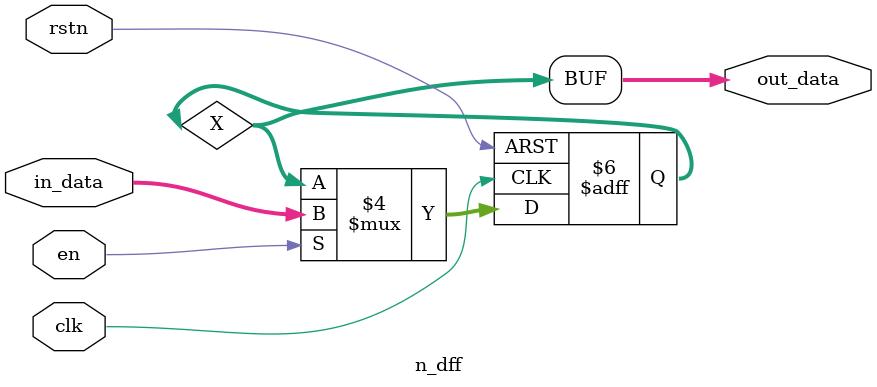
<source format=v>
`timescale 1ns / 1ps


module n_dff // 1 CLOCK
#(
    parameter DATA_WIDTH  =   32
)
(
    input                       clk,
    input                       rstn, 
    input                       en,
    input   [DATA_WIDTH-1:0]    in_data,
    output  [DATA_WIDTH-1:0]    out_data
);
    reg     [DATA_WIDTH-1:0]    X;
        
    always @(posedge clk or negedge rstn) begin
        if(!rstn) begin
            X   <=  1'b0;
        end
        else begin
            if(en)  
                X   <=  in_data;
            else 
                X   <=  X;    
        end
    end
    
    assign  out_data =   X;
endmodule
</source>
